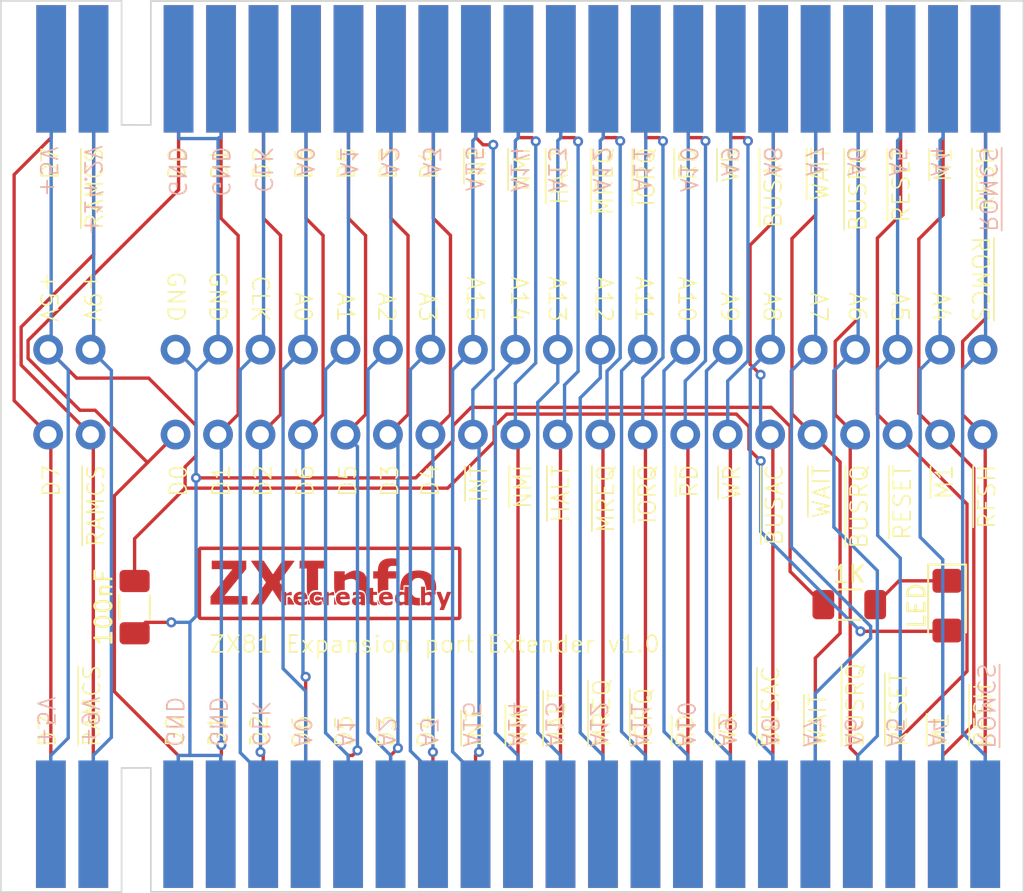
<source format=kicad_pcb>
(kicad_pcb (version 20240108) (generator "pcbnew") (generator_version "8.0")
  (layers (0 "F.Cu" signal) (31 "B.Cu" signal) (34 "B.Paste" user) (35 "F.Paste" user) (36 "B.SilkS" user "B.Silkscreen") (37 "F.SilkS" user "F.Silkscreen") (38 "B.Mask" user) (39 "F.Mask" user) (44 "Edge.Cuts" user))
  (net 0 "")
  (net 1 "D0")
  (net 2 "D7")
  (net 3 "D5")
  (net 4 "D3")
  (net 5 "D1")
  (net 6 "D4")
  (net 7 "D2")
  (net 8 "D6")
  (net 9 "A6")
  (net 10 "A8")
  (net 11 "A9")
  (net 12 "A10")
  (net 13 "A1")
  (net 14 "A3")
  (net 15 "A15")
  (net 16 "A5")
  (net 17 "A4")
  (net 18 "A7")
  (net 19 "A14")
  (net 20 "A12")
  (net 21 "A2")
  (net 22 "A0")
  (net 23 "A13")
  (net 24 "A11")
  (net 25 "GND")
  (net 26 "5V")
  (net 27 "~{ROMCS}")
  (net 28 "~{RAMCS}")
  (net 29 "~{IOREQ}")
  (net 30 "~{BUSRQ}")
  (net 31 "~{M1}")
  (net 32 "~{WR}")
  (net 33 "~{BUSAC}")
  (net 34 "~{WAIT}")
  (net 35 "~{NMI}")
  (net 36 "~{RESET}")
  (net 37 "~{RFSH}")
  (net 38 "~{INT}")
  (net 39 "CLK")
  (net 40 "~{MREQ}")
  (net 41 "~{RD}")
  (net 42 "~{HALT}")
  (net 43 "9V")
  (net 44 "Net-(D1-K)")
  (footprint "ZXINFO_FOOTPRINT:EDGE ZX81 90" (layer "F.Cu") (at 111.65 110.44)
    (property "Reference" "J2" (hide yes))
    (property "Value" "Connector ZX81" (hide yes))
  )
  (footprint "ZXINFO_FOOTPRINT:ZXInfo_kicad_logo_copper_16.5x5" (layer "F.Cu") (at 100.558117 121.738103)
    (property "Reference" "G200" (hide yes))
    (property "Value" "LOGO" (hide yes))
  )
  (footprint "ZXINFO_FOOTPRINT:EDGE ZX81 TOP" (layer "F.Cu") (at 113.1246 90.97)
    (property "Reference" "J3" (hide yes))
    (property "Value" "Connector ZX81" (hide yes))
  )
  (footprint "Capacitor_SMD:C_1206_3216Metric_Pad1.33x1.80mm_HandSolder" (layer "F.Cu") (at 88.88 123.16 -90)
    (property "Reference" "C1" (hide yes))
    (property "Value" "100nF")
  )
  (footprint "Resistor_SMD:R_1206_3216Metric_Pad1.30x1.75mm_HandSolder" (layer "F.Cu") (at 131.62 123.01 180)
    (property "Reference" "R1" (hide yes))
    (property "Value" "1K")
  )
  (footprint "LED_SMD:LED_1206_3216Metric_Pad1.42x1.75mm_HandSolder" (layer "F.Cu") (at 137.47 123.0725 -90)
    (property "Reference" "D1" (hide yes))
    (property "Value" "LED")
  )
  (footprint "ZXINFO_FOOTPRINT:EDGE ZX81 BOTTOM" (layer "F.Cu") (at 113.1046 136.14)
    (property "Reference" "J1" (hide yes))
    (property "Value" "Connector ZX81" (hide yes))
  )
  (gr_line (start 88.1 140.2) (end 80.88 140.2) (stroke (width 0.1)) (layer "Edge.Cuts"))
  (gr_line (start 88.1 94.32) (end 89.85 94.325) (stroke (width 0.1)) (layer "Edge.Cuts"))
  (gr_line (start 142.04 140.2) (end 89.85 140.185) (stroke (width 0.1)) (layer "Edge.Cuts"))
  (gr_line (start 89.85 94.325) (end 89.85 86.915) (stroke (width 0.1)) (layer "Edge.Cuts"))
  (gr_line (start 88.1 132.78) (end 88.1 140.2) (stroke (width 0.1)) (layer "Edge.Cuts"))
  (gr_line (start 88.1 94.32) (end 88.1 86.9) (stroke (width 0.1)) (layer "Edge.Cuts"))
  (gr_line (start 88.1 86.9) (end 80.88 86.9) (stroke (width 0.1)) (layer "Edge.Cuts"))
  (gr_line (start 142.04 86.9) (end 142.04 140.2) (stroke (width 0.1)) (layer "Edge.Cuts"))
  (gr_line (start 89.85 132.775) (end 89.85 140.185) (stroke (width 0.1)) (layer "Edge.Cuts"))
  (gr_line (start 88.1 132.78) (end 89.85 132.775) (stroke (width 0.1)) (layer "Edge.Cuts"))
  (gr_line (start 142.04 86.9) (end 89.85 86.915) (stroke (width 0.1)) (layer "Edge.Cuts"))
  (gr_line (start 80.88 140.2) (end 80.88 86.9) (stroke (width 0.1)) (layer "Edge.Cuts"))
  (gr_text "~{ROMCS}" (at 139.785 131.709048 -90) (layer "B.SilkS") (effects (font (size 1 1) (thickness 0.1)) (justify left mirror)))
  (gr_text "ZX81 Expansion port Extender v1.0" (at 93.28 125.96 0) (layer "F.SilkS") (effects (font (size 1 1) (thickness 0.1)) (justify left bottom)))
  (segment (start 91.49 136.14) (end 91.49 132.0283) (width 0.2) (layer "F.Cu") (net 1))
  (segment (start 91.51 98.2041) (end 91.51 90.97) (width 0.2) (layer "F.Cu") (net 1))
  (segment (start 82.5086 108.2835) (end 82.5086 107.2055) (width 0.2) (layer "F.Cu") (net 1))
  (segment (start 91.33 112.84) (end 89.6521 114.5179) (width 0.2) (layer "F.Cu") (net 1))
  (segment (start 89.6521 114.5179) (end 86.5199 111.3857) (width 0.2) (layer "F.Cu") (net 1))
  (segment (start 82.5086 107.2055) (end 91.51 98.2041) (width 0.2) (layer "F.Cu") (net 1))
  (segment (start 87.6694 128.2077) (end 91.49 132.0283) (width 0.2) (layer "F.Cu") (net 1))
  (segment (start 85.6108 111.3857) (end 82.5086 108.2835) (width 0.2) (layer "F.Cu") (net 1))
  (segment (start 89.6521 114.5179) (end 87.6694 116.5006) (width 0.2) (layer "F.Cu") (net 1))
  (segment (start 87.6694 116.5006) (end 87.6694 128.2077) (width 0.2) (layer "F.Cu") (net 1))
  (segment (start 86.5199 111.3857) (end 85.6108 111.3857) (width 0.2) (layer "F.Cu") (net 1))
  (segment (start 83.89 90.97) (end 83.89 95.0817) (width 0.2) (layer "F.Cu") (net 2))
  (segment (start 83.87 113) (end 83.71 112.84) (width 0.2) (layer "F.Cu") (net 2))
  (segment (start 83.87 136.14) (end 83.87 113) (width 0.2) (layer "F.Cu") (net 2))
  (segment (start 83.89 95.0817) (end 81.6749 97.2968) (width 0.2) (layer "F.Cu") (net 2))
  (segment (start 81.6749 97.2968) (end 81.6749 110.8049) (width 0.2) (layer "F.Cu") (net 2))
  (segment (start 81.6749 110.8049) (end 83.71 112.84) (width 0.2) (layer "F.Cu") (net 2))
  (segment (start 101.67 99.9091) (end 102.6919 100.931) (width 0.2) (layer "F.Cu") (net 3))
  (segment (start 102.6919 100.931) (end 102.6919 111.6381) (width 0.2) (layer "F.Cu") (net 3))
  (segment (start 101.65 132.0283) (end 101.9072 132.0283) (width 0.2) (layer "F.Cu") (net 3))
  (segment (start 102.6919 111.6381) (end 101.49 112.84) (width 0.2) (layer "F.Cu") (net 3))
  (segment (start 101.9072 132.0283) (end 102.2077 131.7278) (width 0.2) (layer "F.Cu") (net 3))
  (segment (start 101.67 90.97) (end 101.67 99.9091) (width 0.2) (layer "F.Cu") (net 3))
  (segment (start 101.65 136.14) (end 101.65 132.0283) (width 0.2) (layer "F.Cu") (net 3))
  (via (at 102.2077 131.7278) (size 0.6) (drill 0.3) (layers "F.Cu" "B.Cu") (net 3))
  (segment (start 101.49 112.84) (end 102.2077 113.5577) (width 0.2) (layer "B.Cu") (net 3))
  (segment (start 102.2077 113.5577) (end 102.2077 131.7278) (width 0.2) (layer "B.Cu") (net 3))
  (segment (start 104.21 99.9091) (end 105.2319 100.931) (width 0.2) (layer "F.Cu") (net 4))
  (segment (start 104.19 132.0283) (end 104.6276 131.5907) (width 0.2) (layer "F.Cu") (net 4))
  (segment (start 104.19 136.14) (end 104.19 132.0283) (width 0.2) (layer "F.Cu") (net 4))
  (segment (start 104.21 90.97) (end 104.21 99.9091) (width 0.2) (layer "F.Cu") (net 4))
  (segment (start 105.2319 111.6381) (end 104.03 112.84) (width 0.2) (layer "F.Cu") (net 4))
  (segment (start 105.2319 100.931) (end 105.2319 111.6381) (width 0.2) (layer "F.Cu") (net 4))
  (via (at 104.6276 131.5907) (size 0.6) (drill 0.3) (layers "F.Cu" "B.Cu") (net 4))
  (segment (start 104.03 112.84) (end 104.6276 113.4376) (width 0.2) (layer "B.Cu") (net 4))
  (segment (start 104.6276 113.4376) (end 104.6276 131.5907) (width 0.2) (layer "B.Cu") (net 4))
  (segment (start 95.0719 100.931) (end 95.0719 111.6381) (width 0.2) (layer "F.Cu") (net 5))
  (segment (start 94.03 132.0283) (end 94.068 131.9903) (width 0.2) (layer "F.Cu") (net 5))
  (segment (start 94.05 90.97) (end 94.05 99.9091) (width 0.2) (layer "F.Cu") (net 5))
  (segment (start 94.03 136.14) (end 94.03 132.0283) (width 0.2) (layer "F.Cu") (net 5))
  (segment (start 94.05 99.9091) (end 95.0719 100.931) (width 0.2) (layer "F.Cu") (net 5))
  (segment (start 95.0719 111.6381) (end 93.87 112.84) (width 0.2) (layer "F.Cu") (net 5))
  (segment (start 94.068 131.9903) (end 94.068 131.4104) (width 0.2) (layer "F.Cu") (net 5))
  (via (at 94.068 131.4104) (size 0.6) (drill 0.3) (layers "F.Cu" "B.Cu") (net 5))
  (segment (start 94.068 113.038) (end 94.068 131.4104) (width 0.2) (layer "B.Cu") (net 5))
  (segment (start 93.87 112.84) (end 94.068 113.038) (width 0.2) (layer "B.Cu") (net 5))
  (segment (start 106.74 90.97) (end 106.74 99.8979) (width 0.2) (layer "F.Cu") (net 6))
  (segment (start 106.74 99.8979) (end 107.7712 100.9291) (width 0.2) (layer "F.Cu") (net 6))
  (segment (start 106.72 136.14) (end 106.72 131.8259) (width 0.2) (layer "F.Cu") (net 6))
  (segment (start 107.7712 111.6388) (end 106.57 112.84) (width 0.2) (layer "F.Cu") (net 6))
  (segment (start 107.7712 100.9291) (end 107.7712 111.6388) (width 0.2) (layer "F.Cu") (net 6))
  (via (at 106.72 131.8259) (size 0.6) (drill 0.3) (layers "F.Cu" "B.Cu") (net 6))
  (segment (start 106.72 112.99) (end 106.72 131.8259) (width 0.2) (layer "B.Cu") (net 6))
  (segment (start 106.57 112.84) (end 106.72 112.99) (width 0.2) (layer "B.Cu") (net 6))
  (segment (start 96.57 136.14) (end 96.57 132.0283) (width 0.2) (layer "F.Cu") (net 7))
  (segment (start 96.41 131.8683) (end 96.41 131.8243) (width 0.2) (layer "F.Cu") (net 7))
  (segment (start 97.6087 111.6413) (end 96.41 112.84) (width 0.2) (layer "F.Cu") (net 7))
  (segment (start 96.57 132.0283) (end 96.41 131.8683) (width 0.2) (layer "F.Cu") (net 7))
  (segment (start 97.6087 100.9278) (end 97.6087 111.6413) (width 0.2) (layer "F.Cu") (net 7))
  (segment (start 96.59 99.9091) (end 97.6087 100.9278) (width 0.2) (layer "F.Cu") (net 7))
  (segment (start 96.59 90.97) (end 96.59 99.9091) (width 0.2) (layer "F.Cu") (net 7))
  (via (at 96.41 131.8243) (size 0.6) (drill 0.3) (layers "F.Cu" "B.Cu") (net 7))
  (segment (start 96.41 112.84) (end 96.41 131.8243) (width 0.2) (layer "B.Cu") (net 7))
  (segment (start 100.1519 100.931) (end 100.1519 111.6381) (width 0.2) (layer "F.Cu") (net 8))
  (segment (start 99.13 99.9091) (end 100.1519 100.931) (width 0.2) (layer "F.Cu") (net 8))
  (segment (start 99.13 90.97) (end 99.13 99.9091) (width 0.2) (layer "F.Cu") (net 8))
  (segment (start 100.1519 111.6381) (end 98.95 112.84) (width 0.2) (layer "F.Cu") (net 8))
  (segment (start 99.11 136.14) (end 99.11 127.3275) (width 0.2) (layer "F.Cu") (net 8))
  (via (at 99.11 127.3275) (size 0.6) (drill 0.3) (layers "F.Cu" "B.Cu") (net 8))
  (segment (start 98.95 112.84) (end 98.95 127.1675) (width 0.2) (layer "B.Cu") (net 8))
  (segment (start 98.95 127.1675) (end 99.11 127.3275) (width 0.2) (layer "B.Cu") (net 8))
  (segment (start 132.15 107.58) (end 131.97 107.76) (width 0.2) (layer "B.Cu") (net 9))
  (segment (start 130.7 109.03) (end 131.97 107.76) (width 0.2) (layer "B.Cu") (net 9))
  (segment (start 132.13 136.14) (end 132.13 132.0283) (width 0.2) (layer "B.Cu") (net 9))
  (segment (start 133.2989 130.8594) (end 133.2989 120.976) (width 0.2) (layer "B.Cu") (net 9))
  (segment (start 133.2989 120.976) (end 130.7 118.3771) (width 0.2) (layer "B.Cu") (net 9))
  (segment (start 132.13 132.0283) (end 133.2989 130.8594) (width 0.2) (layer "B.Cu") (net 9))
  (segment (start 130.7 118.3771) (end 130.7 109.03) (width 0.2) (layer "B.Cu") (net 9))
  (segment (start 132.15 90.97) (end 132.15 107.58) (width 0.2) (layer "B.Cu") (net 9))
  (segment (start 127.07 107.58) (end 126.89 107.76) (width 0.2) (layer "B.Cu") (net 10))
  (segment (start 127.07 90.97) (end 127.07 107.58) (width 0.2) (layer "B.Cu") (net 10))
  (segment (start 125.6993 130.6776) (end 125.6993 108.9507) (width 0.2) (layer "B.Cu") (net 10))
  (segment (start 125.6993 108.9507) (end 126.89 107.76) (width 0.2) (layer "B.Cu") (net 10))
  (segment (start 127.05 132.0283) (end 125.6993 130.6776) (width 0.2) (layer "B.Cu") (net 10))
  (segment (start 127.05 136.14) (end 127.05 132.0283) (width 0.2) (layer "B.Cu") (net 10))
  (segment (start 123.08 130.5983) (end 123.08 109.03) (width 0.2) (layer "B.Cu") (net 11))
  (segment (start 124.51 132.0283) (end 123.08 130.5983) (width 0.2) (layer "B.Cu") (net 11))
  (segment (start 124.53 107.58) (end 124.35 107.76) (width 0.2) (layer "B.Cu") (net 11))
  (segment (start 123.08 109.03) (end 124.35 107.76) (width 0.2) (layer "B.Cu") (net 11))
  (segment (start 124.51 136.14) (end 124.51 132.0283) (width 0.2) (layer "B.Cu") (net 11))
  (segment (start 124.53 90.97) (end 124.53 107.58) (width 0.2) (layer "B.Cu") (net 11))
  (segment (start 120.54 130.5983) (end 120.54 109.03) (width 0.2) (layer "B.Cu") (net 12))
  (segment (start 120.54 109.03) (end 121.81 107.76) (width 0.2) (layer "B.Cu") (net 12))
  (segment (start 121.97 132.0283) (end 120.54 130.5983) (width 0.2) (layer "B.Cu") (net 12))
  (segment (start 121.99 107.58) (end 121.99 90.97) (width 0.2) (layer "B.Cu") (net 12))
  (segment (start 121.97 136.14) (end 121.97 132.0283) (width 0.2) (layer "B.Cu") (net 12))
  (segment (start 121.81 107.76) (end 121.99 107.58) (width 0.2) (layer "B.Cu") (net 12))
  (segment (start 101.67 90.97) (end 101.67 107.58) (width 0.2) (layer "B.Cu") (net 13))
  (segment (start 100.299 130.6773) (end 101.65 132.0283) (width 0.2) (layer "B.Cu") (net 13))
  (segment (start 100.299 108.951) (end 100.299 130.6773) (width 0.2) (layer "B.Cu") (net 13))
  (segment (start 101.49 107.76) (end 100.299 108.951) (width 0.2) (layer "B.Cu") (net 13))
  (segment (start 101.65 136.14) (end 101.65 132.0283) (width 0.2) (layer "B.Cu") (net 13))
  (segment (start 101.67 107.58) (end 101.49 107.76) (width 0.2) (layer "B.Cu") (net 13))
  (segment (start 105.3727 108.9573) (end 105.3727 131.754) (width 0.2) (layer "B.Cu") (net 14))
  (segment (start 105.3727 131.754) (end 106.73 133.1113) (width 0.2) (layer "B.Cu") (net 14))
  (segment (start 106.75 107.58) (end 106.57 107.76) (width 0.2) (layer "B.Cu") (net 14))
  (segment (start 106.75 90.97) (end 106.75 107.58) (width 0.2) (layer "B.Cu") (net 14))
  (segment (start 106.73 133.1113) (end 106.73 136.14) (width 0.2) (layer "B.Cu") (net 14))
  (segment (start 106.57 107.76) (end 105.3727 108.9573) (width 0.2) (layer "B.Cu") (net 14))
  (segment (start 109.29 95.0817) (end 109.11 95.2617) (width 0.2) (layer "B.Cu") (net 15))
  (segment (start 109.29 90.97) (end 109.29 95.0817) (width 0.2) (layer "B.Cu") (net 15))
  (segment (start 109.11 95.2617) (end 109.11 107.76) (width 0.2) (layer "B.Cu") (net 15))
  (segment (start 109.27 133.1781) (end 107.8964 131.8045) (width 0.2) (layer "B.Cu") (net 15))
  (segment (start 107.8964 108.9736) (end 109.11 107.76) (width 0.2) (layer "B.Cu") (net 15))
  (segment (start 107.8964 131.8045) (end 107.8964 108.9736) (width 0.2) (layer "B.Cu") (net 15))
  (segment (start 109.27 136.14) (end 109.27 133.1781) (width 0.2) (layer "B.Cu") (net 15))
  (segment (start 134.67 120.2263) (end 134.67 136.14) (width 0.2) (layer "B.Cu") (net 16))
  (segment (start 134.69 90.97) (end 134.69 95.0817) (width 0.2) (layer "B.Cu") (net 16))
  (segment (start 134.51 107.76) (end 133.3193 108.9507) (width 0.2) (layer "B.Cu") (net 16))
  (segment (start 134.51 95.2617) (end 134.51 107.76) (width 0.2) (layer "B.Cu") (net 16))
  (segment (start 133.3193 108.9507) (end 133.3193 118.8756) (width 0.2) (layer "B.Cu") (net 16))
  (segment (start 134.69 95.0817) (end 134.51 95.2617) (width 0.2) (layer "B.Cu") (net 16))
  (segment (start 133.3193 118.8756) (end 134.67 120.2263) (width 0.2) (layer "B.Cu") (net 16))
  (segment (start 137.23 90.97) (end 137.23 95.0817) (width 0.2) (layer "B.Cu") (net 17))
  (segment (start 137.05 95.2617) (end 137.05 107.76) (width 0.2) (layer "B.Cu") (net 17))
  (segment (start 137.21 120.3224) (end 137.21 136.14) (width 0.2) (layer "B.Cu") (net 17))
  (segment (start 137.23 95.0817) (end 137.05 95.2617) (width 0.2) (layer "B.Cu") (net 17))
  (segment (start 137.05 107.76) (end 135.8593 108.9507) (width 0.2) (layer "B.Cu") (net 17))
  (segment (start 135.8593 108.9507) (end 135.8593 118.9717) (width 0.2) (layer "B.Cu") (net 17))
  (segment (start 135.8593 118.9717) (end 137.21 120.3224) (width 0.2) (layer "B.Cu") (net 17))
  (segment (start 132.8972 124.3035) (end 128.16 119.5663) (width 0.2) (layer "B.Cu") (net 18))
  (segment (start 129.59 136.14) (end 129.59 128.3265) (width 0.2) (layer "B.Cu") (net 18))
  (segment (start 128.16 119.5663) (end 128.16 109.03) (width 0.2) (layer "B.Cu") (net 18))
  (segment (start 129.61 90.97) (end 129.61 107.58) (width 0.2) (layer "B.Cu") (net 18))
  (segment (start 129.59 128.3265) (end 132.8972 125.0193) (width 0.2) (layer "B.Cu") (net 18))
  (segment (start 132.8972 125.0193) (end 132.8972 124.3035) (width 0.2) (layer "B.Cu") (net 18))
  (segment (start 129.61 107.58) (end 129.43 107.76) (width 0.2) (layer "B.Cu") (net 18))
  (segment (start 128.16 109.03) (end 129.43 107.76) (width 0.2) (layer "B.Cu") (net 18))
  (segment (start 111.65 108.328) (end 111.65 107.76) (width 0.2) (layer "B.Cu") (net 19))
  (segment (start 111.81 136.14) (end 111.81 132.0283) (width 0.2) (layer "B.Cu") (net 19))
  (segment (start 110.4549 109.5231) (end 111.65 108.328) (width 0.2) (layer "B.Cu") (net 19))
  (segment (start 110.4549 130.6732) (end 110.4549 109.5231) (width 0.2) (layer "B.Cu") (net 19))
  (segment (start 111.65 95.2617) (end 111.83 95.0817) (width 0.2) (layer "B.Cu") (net 19))
  (segment (start 111.81 132.0283) (end 110.4549 130.6732) (width 0.2) (layer "B.Cu") (net 19))
  (segment (start 111.83 90.97) (end 111.83 95.0817) (width 0.2) (layer "B.Cu") (net 19))
  (segment (start 111.65 107.76) (end 111.65 95.2617) (width 0.2) (layer "B.Cu") (net 19))
  (segment (start 116.73 107.76) (end 116.73 95.2617) (width 0.2) (layer "B.Cu") (net 20))
  (segment (start 116.91 90.97) (end 116.91 95.0817) (width 0.2) (layer "B.Cu") (net 20))
  (segment (start 116.89 132.0283) (end 115.5298 130.6681) (width 0.2) (layer "B.Cu") (net 20))
  (segment (start 116.73 95.2617) (end 116.91 95.0817) (width 0.2) (layer "B.Cu") (net 20))
  (segment (start 116.89 136.14) (end 116.89 132.0283) (width 0.2) (layer "B.Cu") (net 20))
  (segment (start 115.5298 130.6681) (end 115.5298 110.6463) (width 0.2) (layer "B.Cu") (net 20))
  (segment (start 115.5298 110.6463) (end 116.73 109.4461) (width 0.2) (layer "B.Cu") (net 20))
  (segment (start 116.73 109.4461) (end 116.73 107.76) (width 0.2) (layer "B.Cu") (net 20))
  (segment (start 104.03 107.76) (end 102.8393 108.9507) (width 0.2) (layer "B.Cu") (net 21))
  (segment (start 102.8393 130.6776) (end 104.19 132.0283) (width 0.2) (layer "B.Cu") (net 21))
  (segment (start 104.21 90.97) (end 104.21 107.58) (width 0.2) (layer "B.Cu") (net 21))
  (segment (start 104.19 136.14) (end 104.19 132.0283) (width 0.2) (layer "B.Cu") (net 21))
  (segment (start 104.21 107.58) (end 104.03 107.76) (width 0.2) (layer "B.Cu") (net 21))
  (segment (start 102.8393 108.9507) (end 102.8393 130.6776) (width 0.2) (layer "B.Cu") (net 21))
  (segment (start 99.11 128.1829) (end 99.11 136.14) (width 0.2) (layer "B.Cu") (net 22))
  (segment (start 99.13 107.58) (end 98.95 107.76) (width 0.2) (layer "B.Cu") (net 22))
  (segment (start 97.7593 126.8322) (end 99.11 128.1829) (width 0.2) (layer "B.Cu") (net 22))
  (segment (start 99.13 90.97) (end 99.13 107.58) (width 0.2) (layer "B.Cu") (net 22))
  (segment (start 97.7593 108.9507) (end 97.7593 126.8322) (width 0.2) (layer "B.Cu") (net 22))
  (segment (start 98.95 107.76) (end 97.7593 108.9507) (width 0.2) (layer "B.Cu") (net 22))
  (segment (start 114.35 132.0283) (end 112.9887 130.667) (width 0.2) (layer "B.Cu") (net 23))
  (segment (start 114.37 90.97) (end 114.37 95.0817) (width 0.2) (layer "B.Cu") (net 23))
  (segment (start 114.35 136.14) (end 114.35 132.0283) (width 0.2) (layer "B.Cu") (net 23))
  (segment (start 112.9887 110.9136) (end 114.19 109.7123) (width 0.2) (layer "B.Cu") (net 23))
  (segment (start 112.9887 130.667) (end 112.9887 110.9136) (width 0.2) (layer "B.Cu") (net 23))
  (segment (start 114.19 109.7123) (end 114.19 107.76) (width 0.2) (layer "B.Cu") (net 23))
  (segment (start 114.19 107.76) (end 114.19 95.2617) (width 0.2) (layer "B.Cu") (net 23))
  (segment (start 114.19 95.2617) (end 114.37 95.0817) (width 0.2) (layer "B.Cu") (net 23))
  (segment (start 119.45 90.97) (end 119.45 107.58) (width 0.2) (layer "B.Cu") (net 24))
  (segment (start 119.43 132.0283) (end 118 130.5983) (width 0.2) (layer "B.Cu") (net 24))
  (segment (start 118 130.5983) (end 118 109.03) (width 0.2) (layer "B.Cu") (net 24))
  (segment (start 119.43 136.14) (end 119.43 132.0283) (width 0.2) (layer "B.Cu") (net 24))
  (segment (start 118 109.03) (end 119.27 107.76) (width 0.2) (layer "B.Cu") (net 24))
  (segment (start 119.45 107.58) (end 119.27 107.76) (width 0.2) (layer "B.Cu") (net 24))
  (segment (start 107.9193 113.2005) (end 105.6889 115.4309) (width 0.2) (layer "F.Cu") (net 25))
  (segment (start 89.5346 124.0679) (end 91.075 124.0679) (width 0.2) (layer "F.Cu") (net 25))
  (segment (start 105.6889 115.4309) (end 92.554 115.4309) (width 0.2) (layer "F.Cu") (net 25))
  (segment (start 109.0113 111.2122) (end 107.9193 112.3042) (width 0.2) (layer "F.Cu") (net 25))
  (segment (start 107.9193 112.3042) (end 107.9193 113.2005) (width 0.2) (layer "F.Cu") (net 25))
  (segment (start 126.9482 111.2122) (end 109.0113 111.2122) (width 0.2) (layer "F.Cu") (net 25))
  (segment (start 130.07 123.01) (end 128.0807 121.0207) (width 0.2) (layer "F.Cu") (net 25))
  (segment (start 92.554 115.4309) (end 92.554 115.431) (width 0.2) (layer "F.Cu") (net 25))
  (segment (start 88.88 124.7225) (end 89.5346 124.0679) (width 0.2) (layer "F.Cu") (net 25))
  (segment (start 128.0807 112.3447) (end 126.9482 111.2122) (width 0.2) (layer "F.Cu") (net 25))
  (segment (start 128.0807 121.0207) (end 128.0807 112.3447) (width 0.2) (layer "F.Cu") (net 25))
  (via (at 92.554 115.431) (size 0.6) (drill 0.3) (layers "F.Cu" "B.Cu") (net 25))
  (via (at 91.075 124.0679) (size 0.6) (drill 0.3) (layers "F.Cu" "B.Cu") (net 25))
  (segment (start 94.03 132.0283) (end 92.1873 132.0283) (width 0.2) (layer "B.Cu") (net 25))
  (segment (start 92.554 108.984) (end 91.33 107.76) (width 0.2) (layer "B.Cu") (net 25))
  (segment (start 93.87 107.76) (end 93.87 95.1367) (width 0.2) (layer "B.Cu") (net 25))
  (segment (start 92.1873 124.0679) (end 92.554 123.7012) (width 0.2) (layer "B.Cu") (net 25))
  (segment (start 91.49 136.14) (end 91.49 132.0283) (width 0.2) (layer "B.Cu") (net 25))
  (segment (start 94.05 90.97) (end 94.05 95.0817) (width 0.2) (layer "B.Cu") (net 25))
  (segment (start 93.87 95.1367) (end 91.565 95.1367) (width 0.2) (layer "B.Cu") (net 25))
  (segment (start 92.1873 132.0283) (end 91.49 132.0283) (width 0.2) (layer "B.Cu") (net 25))
  (segment (start 92.554 115.431) (end 92.554 108.984) (width 0.2) (layer "B.Cu") (net 25))
  (segment (start 94.05 95.0817) (end 93.925 95.0817) (width 0.2) (layer "B.Cu") (net 25))
  (segment (start 93.87 107.76) (end 92.646 108.984) (width 0.2) (layer "B.Cu") (net 25))
  (segment (start 92.1873 124.0679) (end 92.1873 132.0283) (width 0.2) (layer "B.Cu") (net 25))
  (segment (start 94.03 136.14) (end 94.03 132.0283) (width 0.2) (layer "B.Cu") (net 25))
  (segment (start 92.554 123.7012) (end 92.554 115.431) (width 0.2) (layer "B.Cu") (net 25))
  (segment (start 92.646 108.984) (end 92.554 108.984) (width 0.2) (layer "B.Cu") (net 25))
  (segment (start 93.925 95.0817) (end 93.87 95.1367) (width 0.2) (layer "B.Cu") (net 25))
  (segment (start 91.075 124.0679) (end 92.1873 124.0679) (width 0.2) (layer "B.Cu") (net 25))
  (segment (start 91.565 95.1367) (end 91.51 95.0817) (width 0.2) (layer "B.Cu") (net 25))
  (segment (start 91.51 90.97) (end 91.51 95.0817) (width 0.2) (layer "B.Cu") (net 25))
  (segment (start 107.6047 116.0427) (end 110.3801 113.2673) (width 0.2) (layer "F.Cu") (net 26))
  (segment (start 125.62 113.7173) (end 126.3231 114.4204) (width 0.2) (layer "F.Cu") (net 26))
  (segment (start 110.3801 112.364) (end 111.1302 111.6139) (width 0.2) (layer "F.Cu") (net 26))
  (segment (start 91.8996 116.0427) (end 91.8996 114.7675) (width 0.2) (layer "F.Cu") (net 26))
  (segment (start 137.4249 124.6051) (end 132.2876 124.6051) (width 0.2) (layer "F.Cu") (net 26))
  (segment (start 88.88 121.5975) (end 88.88 119.0623) (width 0.2) (layer "F.Cu") (net 26))
  (segment (start 89.7202 109.4613) (end 85.4113 109.4613) (width 0.2) (layer "F.Cu") (net 26))
  (segment (start 92.5488 114.1183) (end 92.5488 112.2899) (width 0.2) (layer "F.Cu") (net 26))
  (segment (start 124.8679 111.6139) (end 125.62 112.366) (width 0.2) (layer "F.Cu") (net 26))
  (segment (start 85.4113 109.4613) (end 83.71 107.76) (width 0.2) (layer "F.Cu") (net 26))
  (segment (start 110.3801 113.2673) (end 110.3801 112.364) (width 0.2) (layer "F.Cu") (net 26))
  (segment (start 137.47 124.56) (end 137.4249 124.6051) (width 0.2) (layer "F.Cu") (net 26))
  (segment (start 91.8996 114.7675) (end 92.5488 114.1183) (width 0.2) (layer "F.Cu") (net 26))
  (segment (start 88.88 119.0623) (end 91.8996 116.0427) (width 0.2) (layer "F.Cu") (net 26))
  (segment (start 92.5488 112.2899) (end 89.7202 109.4613) (width 0.2) (layer "F.Cu") (net 26))
  (segment (start 111.1302 111.6139) (end 124.8679 111.6139) (width 0.2) (layer "F.Cu") (net 26))
  (segment (start 91.8996 116.0427) (end 107.6047 116.0427) (width 0.2) (layer "F.Cu") (net 26))
  (segment (start 125.62 112.366) (end 125.62 113.7173) (width 0.2) (layer "F.Cu") (net 26))
  (via (at 132.2876 124.6051) (size 0.6) (drill 0.3) (layers "F.Cu" "B.Cu") (net 26))
  (via (at 126.3231 114.4204) (size 0.6) (drill 0.3) (layers "F.Cu" "B.Cu") (net 26))
  (segment (start 126.3231 118.6406) (end 132.2876 124.6051) (width 0.2) (layer "B.Cu") (net 26))
  (segment (start 83.87 132.0283) (end 84.9106 130.9877) (width 0.2) (layer "B.Cu") (net 26))
  (segment (start 84.9106 108.9606) (end 83.71 107.76) (width 0.2) (layer "B.Cu") (net 26))
  (segment (start 83.89 107.58) (end 83.89 90.97) (width 0.2) (layer "B.Cu") (net 26))
  (segment (start 126.3231 114.4204) (end 126.3231 118.6406) (width 0.2) (layer "B.Cu") (net 26))
  (segment (start 83.87 136.14) (end 83.87 132.0283) (width 0.2) (layer "B.Cu") (net 26))
  (segment (start 84.9106 130.9877) (end 84.9106 108.9606) (width 0.2) (layer "B.Cu") (net 26))
  (segment (start 83.71 107.76) (end 83.89 107.58) (width 0.2) (layer "B.Cu") (net 26))
  (segment (start 138.3993 130.6776) (end 138.3993 108.9507) (width 0.2) (layer "B.Cu") (net 27))
  (segment (start 139.75 136.14) (end 139.75 132.0283) (width 0.2) (layer "B.Cu") (net 27))
  (segment (start 139.59 107.76) (end 139.77 107.58) (width 0.2) (layer "B.Cu") (net 27))
  (segment (start 138.3993 108.9507) (end 139.59 107.76) (width 0.2) (layer "B.Cu") (net 27))
  (segment (start 139.75 132.0283) (end 138.3993 130.6776) (width 0.2) (layer "B.Cu") (net 27))
  (segment (start 139.77 107.58) (end 139.77 90.97) (width 0.2) (layer "B.Cu") (net 27))
  (segment (start 86.43 90.97) (end 86.43 102.0691) (width 0.2) (layer "F.Cu") (net 28))
  (segment (start 86.41 136.14) (end 86.41 113) (width 0.2) (layer "F.Cu") (net 28))
  (segment (start 82.0946 108.6846) (end 86.25 112.84) (width 0.2) (layer "F.Cu") (net 28))
  (segment (start 86.41 113) (end 86.25 112.84) (width 0.2) (layer "F.Cu") (net 28))
  (segment (start 86.43 102.0691) (end 82.0946 106.4045) (width 0.2) (layer "F.Cu") (net 28))
  (segment (start 82.0946 106.4045) (end 82.0946 108.6846) (width 0.2) (layer "F.Cu") (net 28))
  (segment (start 120.2712 95.0817) (end 120.4783 95.2888) (width 0.2) (layer "F.Cu") (net 29))
  (segment (start 119.43 136.14) (end 119.43 113) (width 0.2) (layer "F.Cu") (net 29))
  (segment (start 119.43 113) (end 119.27 112.84) (width 0.2) (layer "F.Cu") (net 29))
  (segment (start 119.45 90.97) (end 119.45 95.0817) (width 0.2) (layer "F.Cu") (net 29))
  (segment (start 119.45 95.0817) (end 120.2712 95.0817) (width 0.2) (layer "F.Cu") (net 29))
  (via (at 120.4783 95.2888) (size 0.6) (drill 0.3) (layers "F.Cu" "B.Cu") (net 29))
  (segment (start 119.27 109.444) (end 120.4783 108.2357) (width 0.2) (layer "B.Cu") (net 29))
  (segment (start 120.4783 108.2357) (end 120.4783 95.2888) (width 0.2) (layer "B.Cu") (net 29))
  (segment (start 119.27 112.84) (end 119.27 109.444) (width 0.2) (layer "B.Cu") (net 29))
  (segment (start 131.6779 113.1321) (end 131.6779 131.5762) (width 0.2) (layer "F.Cu") (net 30))
  (segment (start 132.13 136.14) (end 132.13 132.0283) (width 0.2) (layer "F.Cu") (net 30))
  (segment (start 130.7793 107.2668) (end 130.7793 111.6493) (width 0.2) (layer "F.Cu") (net 30))
  (segment (start 132.15 90.97) (end 132.15 105.8961) (width 0.2) (layer "F.Cu") (net 30))
  (segment (start 131.97 112.84) (end 131.6779 113.1321) (width 0.2) (layer "F.Cu") (net 30))
  (segment (start 131.6779 131.5762) (end 132.13 132.0283) (width 0.2) (layer "F.Cu") (net 30))
  (segment (start 130.7793 111.6493) (end 131.97 112.84) (width 0.2) (layer "F.Cu") (net 30))
  (segment (start 132.15 105.8961) (end 130.7793 107.2668) (width 0.2) (layer "F.Cu") (net 30))
  (segment (start 137.21 136.14) (end 137.21 132.0283) (width 0.2) (layer "F.Cu") (net 31))
  (segment (start 135.78 111.57) (end 137.05 112.84) (width 0.2) (layer "F.Cu") (net 31))
  (segment (start 137.23 90.97) (end 137.23 99.6982) (width 0.2) (layer "F.Cu") (net 31))
  (segment (start 137.23 99.6982) (end 135.78 101.1482) (width 0.2) (layer "F.Cu") (net 31))
  (segment (start 139.0671 114.8571) (end 137.05 112.84) (width 0.2) (layer "F.Cu") (net 31))
  (segment (start 135.78 101.1482) (end 135.78 111.57) (width 0.2) (layer "F.Cu") (net 31))
  (segment (start 139.0671 130.1712) (end 139.0671 114.8571) (width 0.2) (layer "F.Cu") (net 31))
  (segment (start 137.21 132.0283) (end 139.0671 130.1712) (width 0.2) (layer "F.Cu") (net 31))
  (segment (start 124.53 90.97) (end 124.53 95.0817) (width 0.2) (layer "F.Cu") (net 32))
  (segment (start 124.51 136.14) (end 124.51 113) (width 0.2) (layer "F.Cu") (net 32))
  (segment (start 125.3594 95.0817) (end 125.561 95.2833) (width 0.2) (layer "F.Cu") (net 32))
  (segment (start 124.53 95.0817) (end 125.3594 95.0817) (width 0.2) (layer "F.Cu") (net 32))
  (segment (start 124.51 113) (end 124.35 112.84) (width 0.2) (layer "F.Cu") (net 32))
  (via (at 125.561 95.2833) (size 0.6) (drill 0.3) (layers "F.Cu" "B.Cu") (net 32))
  (segment (start 124.35 109.6359) (end 125.561 108.4249) (width 0.2) (layer "B.Cu") (net 32))
  (segment (start 125.561 108.4249) (end 125.561 95.2833) (width 0.2) (layer "B.Cu") (net 32))
  (segment (start 124.35 112.84) (end 124.35 109.6359) (width 0.2) (layer "B.Cu") (net 32))
  (segment (start 127.05 136.14) (end 127.05 113) (width 0.2) (layer "F.Cu") (net 33))
  (segment (start 125.688 101.5078) (end 125.688 108.6354) (width 0.2) (layer "F.Cu") (net 33))
  (segment (start 127.07 90.97) (end 127.07 100.1258) (width 0.2) (layer "F.Cu") (net 33))
  (segment (start 125.688 108.6354) (end 126.3164 109.2638) (width 0.2) (layer "F.Cu") (net 33))
  (segment (start 127.05 113) (end 126.89 112.84) (width 0.2) (layer "F.Cu") (net 33))
  (segment (start 127.07 100.1258) (end 125.688 101.5078) (width 0.2) (layer "F.Cu") (net 33))
  (via (at 126.3164 109.2638) (size 0.6) (drill 0.3) (layers "F.Cu" "B.Cu") (net 33))
  (segment (start 126.89 112.84) (end 126.3164 112.2664) (width 0.2) (layer "B.Cu") (net 33))
  (segment (start 126.3164 112.2664) (end 126.3164 109.2638) (width 0.2) (layer "B.Cu") (net 33))
  (segment (start 129.61 99.6982) (end 128.1921 101.1161) (width 0.2) (layer "F.Cu") (net 34))
  (segment (start 129.61 90.97) (end 129.61 99.6982) (width 0.2) (layer "F.Cu") (net 34))
  (segment (start 128.1921 111.6021) (end 129.43 112.84) (width 0.2) (layer "F.Cu") (net 34))
  (segment (start 129.43 112.84) (end 131.0697 114.4797) (width 0.2) (layer "F.Cu") (net 34))
  (segment (start 131.0697 114.4797) (end 131.0697 124.7231) (width 0.2) (layer "F.Cu") (net 34))
  (segment (start 131.0697 124.7231) (end 129.59 126.2028) (width 0.2) (layer "F.Cu") (net 34))
  (segment (start 128.1921 101.1161) (end 128.1921 111.6021) (width 0.2) (layer "F.Cu") (net 34))
  (segment (start 129.59 126.2028) (end 129.59 136.14) (width 0.2) (layer "F.Cu") (net 34))
  (segment (start 111.83 95.0817) (end 112.6504 95.0817) (width 0.2) (layer "F.Cu") (net 35))
  (segment (start 112.6504 95.0817) (end 112.8692 95.3005) (width 0.2) (layer "F.Cu") (net 35))
  (segment (start 111.83 90.97) (end 111.83 95.0817) (width 0.2) (layer "F.Cu") (net 35))
  (segment (start 111.81 136.14) (end 111.81 132.0283) (width 0.2) (layer "F.Cu") (net 35))
  (segment (start 111.81 132.0283) (end 111.81 113) (width 0.2) (layer "F.Cu") (net 35))
  (segment (start 111.81 113) (end 111.65 112.84) (width 0.2) (layer "F.Cu") (net 35))
  (via (at 112.8692 95.3005) (size 0.6) (drill 0.3) (layers "F.Cu" "B.Cu") (net 35))
  (segment (start 111.65 109.7781) (end 112.8692 108.5589) (width 0.2) (layer "B.Cu") (net 35))
  (segment (start 111.65 112.84) (end 111.65 109.7781) (width 0.2) (layer "B.Cu") (net 35))
  (segment (start 112.8692 108.5589) (end 112.8692 95.3005) (width 0.2) (layer "B.Cu") (net 35))
  (segment (start 134.69 90.97) (end 134.69 99.6982) (width 0.2) (layer "F.Cu") (net 36))
  (segment (start 134.67 136.14) (end 134.67 130.9912) (width 0.2) (layer "F.Cu") (net 36))
  (segment (start 134.67 130.9912) (end 138.6605 127.0007) (width 0.2) (layer "F.Cu") (net 36))
  (segment (start 134.69 99.6982) (end 133.3015 101.0867) (width 0.2) (layer "F.Cu") (net 36))
  (segment (start 138.6605 116.9905) (end 134.51 112.84) (width 0.2) (layer "F.Cu") (net 36))
  (segment (start 133.3015 111.6315) (end 134.51 112.84) (width 0.2) (layer "F.Cu") (net 36))
  (segment (start 138.6605 127.0007) (end 138.6605 116.9905) (width 0.2) (layer "F.Cu") (net 36))
  (segment (start 133.3015 101.0867) (end 133.3015 111.6315) (width 0.2) (layer "F.Cu") (net 36))
  (segment (start 139.75 132.0283) (end 139.75 113) (width 0.2) (layer "F.Cu") (net 37))
  (segment (start 139.77 90.97) (end 139.77 105.8961) (width 0.2) (layer "F.Cu") (net 37))
  (segment (start 139.75 136.14) (end 139.75 132.0283) (width 0.2) (layer "F.Cu") (net 37))
  (segment (start 138.3993 107.2668) (end 138.3993 111.6493) (width 0.2) (layer "F.Cu") (net 37))
  (segment (start 138.3993 111.6493) (end 139.59 112.84) (width 0.2) (layer "F.Cu") (net 37))
  (segment (start 139.75 113) (end 139.59 112.84) (width 0.2) (layer "F.Cu") (net 37))
  (segment (start 139.77 105.8961) (end 138.3993 107.2668) (width 0.2) (layer "F.Cu") (net 37))
  (segment (start 109.29 95.0817) (end 109.718 95.5097) (width 0.2) (layer "F.Cu") (net 38))
  (segment (start 109.29 90.97) (end 109.29 95.0817) (width 0.2) (layer "F.Cu") (net 38))
  (segment (start 109.27 132.0283) (end 109.4775 131.8208) (width 0.2) (layer "F.Cu") (net 38))
  (segment (start 109.27 136.14) (end 109.27 132.0283) (width 0.2) (layer "F.Cu") (net 38))
  (segment (start 109.718 95.5097) (end 110.3265 95.5097) (width 0.2) (layer "F.Cu") (net 38))
  (via (at 110.3265 95.5097) (size 0.6) (drill 0.3) (layers "F.Cu" "B.Cu") (net 38))
  (via (at 109.4775 131.8208) (size 0.6) (drill 0.3) (layers "F.Cu" "B.Cu") (net 38))
  (segment (start 109.11 112.84) (end 109.4775 113.2075) (width 0.2) (layer "B.Cu") (net 38))
  (segment (start 109.4775 113.2075) (end 109.4775 131.8208) (width 0.2) (layer "B.Cu") (net 38))
  (segment (start 109.11 110.1586) (end 110.3265 108.9421) (width 0.2) (layer "B.Cu") (net 38))
  (segment (start 109.11 112.84) (end 109.11 110.1586) (width 0.2) (layer "B.Cu") (net 38))
  (segment (start 110.3265 108.9421) (end 110.3265 95.5097) (width 0.2) (layer "B.Cu") (net 38))
  (segment (start 96.59 90.97) (end 96.59 107.58) (width 0.2) (layer "B.Cu") (net 39))
  (segment (start 95.197 131.8588) (end 96.57 133.2318) (width 0.2) (layer "B.Cu") (net 39))
  (segment (start 96.41 107.76) (end 95.197 108.973) (width 0.2) (layer "B.Cu") (net 39))
  (segment (start 96.57 133.2318) (end 96.57 136.14) (width 0.2) (layer "B.Cu") (net 39))
  (segment (start 96.59 107.58) (end 96.41 107.76) (width 0.2) (layer "B.Cu") (net 39))
  (segment (start 95.197 108.973) (end 95.197 131.8588) (width 0.2) (layer "B.Cu") (net 39))
  (segment (start 117.7197 95.0817) (end 117.9207 95.2827) (width 0.2) (layer "F.Cu") (net 40))
  (segment (start 116.91 95.0817) (end 117.7197 95.0817) (width 0.2) (layer "F.Cu") (net 40))
  (segment (start 116.91 90.97) (end 116.91 95.0817) (width 0.2) (layer "F.Cu") (net 40))
  (segment (start 116.89 113) (end 116.73 112.84) (width 0.2) (layer "F.Cu") (net 40))
  (segment (start 116.89 136.14) (end 116.89 113) (width 0.2) (layer "F.Cu") (net 40))
  (via (at 117.9207 95.2827) (size 0.6) (drill 0.3) (layers "F.Cu" "B.Cu") (net 40))
  (segment (start 117.9207 108.2533) (end 117.9207 95.2827) (width 0.2) (layer "B.Cu") (net 40))
  (segment (start 117.1317 109.0423) (end 117.9207 108.2533) (width 0.2) (layer "B.Cu") (net 40))
  (segment (start 116.73 112.84) (end 117.1317 112.4383) (width 0.2) (layer "B.Cu") (net 40))
  (segment (start 117.1317 112.4383) (end 117.1317 109.0423) (width 0.2) (layer "B.Cu") (net 40))
  (segment (start 121.97 113) (end 121.81 112.84) (width 0.2) (layer "F.Cu") (net 41))
  (segment (start 121.99 95.0817) (end 122.8194 95.0817) (width 0.2) (layer "F.Cu") (net 41))
  (segment (start 122.8194 95.0817) (end 123.021 95.2833) (width 0.2) (layer "F.Cu") (net 41))
  (segment (start 121.97 136.14) (end 121.97 113) (width 0.2) (layer "F.Cu") (net 41))
  (segment (start 121.99 90.97) (end 121.99 95.0817) (width 0.2) (layer "F.Cu") (net 41))
  (via (at 123.021 95.2833) (size 0.6) (drill 0.3) (layers "F.Cu" "B.Cu") (net 41))
  (segment (start 121.81 109.6359) (end 123.021 108.4249) (width 0.2) (layer "B.Cu") (net 41))
  (segment (start 121.81 112.84) (end 121.81 109.6359) (width 0.2) (layer "B.Cu") (net 41))
  (segment (start 123.021 108.4249) (end 123.021 95.2833) (width 0.2) (layer "B.Cu") (net 41))
  (segment (start 114.35 113) (end 114.19 112.84) (width 0.2) (layer "F.Cu") (net 42))
  (segment (start 114.37 95.0817) (end 115.1751 95.0817) (width 0.2) (layer "F.Cu") (net 42))
  (segment (start 115.1751 95.0817) (end 115.4028 95.3094) (width 0.2) (layer "F.Cu") (net 42))
  (segment (start 114.35 136.14) (end 114.35 113) (width 0.2) (layer "F.Cu") (net 42))
  (segment (start 114.37 90.97) (end 114.37 95.0817) (width 0.2) (layer "F.Cu") (net 42))
  (via (at 115.4028 95.3094) (size 0.6) (drill 0.3) (layers "F.Cu" "B.Cu") (net 42))
  (segment (start 114.5917 112.4383) (end 114.5917 109.8765) (width 0.2) (layer "B.Cu") (net 42))
  (segment (start 115.4028 109.0654) (end 115.4028 95.3094) (width 0.2) (layer "B.Cu") (net 42))
  (segment (start 114.5917 109.8765) (end 115.4028 109.0654) (width 0.2) (layer "B.Cu") (net 42))
  (segment (start 114.19 112.84) (end 114.5917 112.4383) (width 0.2) (layer "B.Cu") (net 42))
  (segment (start 87.4907 109.0007) (end 87.4907 130.9476) (width 0.2) (layer "B.Cu") (net 43))
  (segment (start 86.25 107.76) (end 87.4907 109.0007) (width 0.2) (layer "B.Cu") (net 43))
  (segment (start 86.43 107.58) (end 86.25 107.76) (width 0.2) (layer "B.Cu") (net 43))
  (segment (start 86.41 136.14) (end 86.41 132.0283) (width 0.2) (layer "B.Cu") (net 43))
  (segment (start 87.4907 130.9476) (end 86.41 132.0283) (width 0.2) (layer "B.Cu") (net 43))
  (segment (start 86.43 90.97) (end 86.43 107.58) (width 0.2) (layer "B.Cu") (net 43))
  (segment (start 134.595 121.585) (end 133.17 123.01) (width 0.2) (layer "F.Cu") (net 44))
  (segment (start 137.47 121.585) (end 134.595 121.585) (width 0.2) (layer "F.Cu") (net 44))
)
</source>
